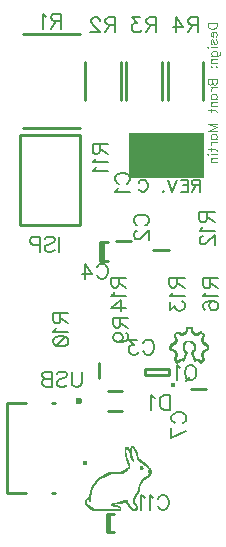
<source format=gbo>
G04 DipTrace Beta 2.3.5.2*
%INIoDriverRevC.gbo*%
%MOIN*%
%ADD10C,0.0098*%
%ADD12C,0.003*%
%ADD13C,0.0061*%
%ADD18C,0.0157*%
%ADD24C,0.0236*%
%ADD29C,0.0154*%
%ADD93C,0.0077*%
%ADD94C,0.0046*%
%FSLAX44Y44*%
G04*
G70*
G90*
G75*
G01*
%LNBotSilk*%
%LPD*%
X7310Y13903D2*
D10*
X7821D1*
X8559Y13591D2*
X9071D1*
X6764Y9847D2*
Y9336D1*
X6874Y13878D2*
Y13249D1*
X6800Y13878D2*
Y13249D1*
Y13878D2*
X7035D1*
X6800Y13249D2*
X7035D1*
X10321Y8979D2*
X9809D1*
X7096Y4817D2*
Y4188D1*
X7021Y4817D2*
Y4188D1*
Y4817D2*
X7257D1*
X7021Y4188D2*
X7257D1*
X7061Y8230D2*
X7533D1*
X7061Y8900D2*
X7533D1*
D24*
X6096Y8565D3*
X4128Y17440D2*
D10*
X6128D1*
Y14440D1*
X4128D1*
Y17440D1*
D29*
X9209Y9097D3*
X9078Y9441D2*
D10*
X8291D1*
Y9638D1*
X9078D1*
Y9441D1*
X4230Y17661D2*
X6120D1*
X4230Y20811D2*
X6120D1*
X7468Y18601D2*
Y19860D1*
X6287Y18601D2*
Y19860D1*
X8843Y18601D2*
Y19860D1*
X7662Y18601D2*
Y19860D1*
X10218Y18601D2*
Y19860D1*
X9037Y18601D2*
Y19860D1*
D18*
X6278Y6503D3*
X5282Y5518D2*
D10*
X5187D1*
X4329D2*
X3679D1*
Y8511D1*
X4329D1*
X5282D2*
X5187D1*
G36*
X7754Y17503D2*
X10254D1*
Y16003D1*
X7754D1*
Y17503D1*
G37*
X9656Y11034D2*
D12*
X9835D1*
X9651Y11004D2*
X9840D1*
X9644Y10974D2*
X9685D1*
X9807D2*
X9848D1*
X9634Y10944D2*
X9681D1*
X9810D2*
X9857D1*
X9357Y10914D2*
D3*
X9624D2*
X9673D1*
X9818D2*
X9867D1*
X10135D2*
D3*
X9327Y10884D2*
X9387D1*
X9596D2*
X9664D1*
X9827D2*
X9895D1*
X10067D2*
X10164D1*
X9298Y10854D2*
X9502D1*
X9527D2*
X9652D1*
X9838D2*
X9964D1*
X9974D2*
X10193D1*
X9273Y10824D2*
X9327D1*
X9387D2*
X9634D1*
X9853D2*
X10105D1*
X10164D2*
X10218D1*
X9253Y10794D2*
X9297D1*
X9416D2*
X9588D1*
X9887D2*
X10075D1*
X10194D2*
X10238D1*
X9247Y10765D2*
X9267D1*
X9446D2*
X9536D1*
X9925D2*
X10045D1*
X10224D2*
X10244D1*
X9253Y10735D2*
X9292D1*
X10199D2*
X10238D1*
X9263Y10705D2*
X9313D1*
X10178D2*
X10228D1*
X9275Y10675D2*
X9330D1*
X10161D2*
X10217D1*
X9285Y10645D2*
X9342D1*
X10149D2*
X10207D1*
X9290Y10615D2*
X9348D1*
X10143D2*
X10202D1*
X9290Y10585D2*
X9342D1*
X9656D2*
X9835D1*
X10149D2*
X10201D1*
X9272Y10555D2*
X9335D1*
X9617D2*
X9865D1*
X10157D2*
X10219D1*
X9227Y10525D2*
X9323D1*
X9587D2*
X9656D1*
X9798D2*
X9894D1*
X10168D2*
X10264D1*
X9176Y10495D2*
X9308D1*
X9565D2*
X9627D1*
X9842D2*
X9919D1*
X10184D2*
X10315D1*
X9129Y10465D2*
X9265D1*
X9551D2*
X9602D1*
X9873D2*
X9937D1*
X10226D2*
X10362D1*
X9104Y10435D2*
X9214D1*
X9543D2*
X9584D1*
X9896D2*
X9947D1*
X10277D2*
X10387D1*
X9095Y10406D2*
X9165D1*
X9539D2*
X9574D1*
X9910D2*
X9952D1*
X10327D2*
X10396D1*
X9091Y10376D2*
X9142D1*
X9537D2*
X9571D1*
X9920D2*
X9954D1*
X10349D2*
X10400D1*
X9091Y10346D2*
X9126D1*
X9537D2*
X9571D1*
X9917D2*
X9953D1*
X10365D2*
X10400D1*
X9097Y10316D2*
X9188D1*
X9538D2*
X9584D1*
X9909D2*
X9950D1*
X10303D2*
X10395D1*
X9130Y10286D2*
X9243D1*
X9542D2*
X9604D1*
X9887D2*
X9942D1*
X10249D2*
X10361D1*
X9176Y10256D2*
X9281D1*
X9555D2*
X9629D1*
X9863D2*
X9929D1*
X10210D2*
X10315D1*
X9222Y10226D2*
X9310D1*
X9574D2*
X9657D1*
X9841D2*
X9913D1*
X10182D2*
X10270D1*
X9255Y10196D2*
X9323D1*
X9599D2*
X9686D1*
X9824D2*
X9896D1*
X10168D2*
X10236D1*
X9280Y10166D2*
X9335D1*
X9626D2*
X9671D1*
X9826D2*
X9883D1*
X10156D2*
X10211D1*
X9288Y10136D2*
X9344D1*
X9611D2*
X9658D1*
X9833D2*
X9885D1*
X10147D2*
X10204D1*
X9290Y10106D2*
X9348D1*
X9598D2*
X9646D1*
X9845D2*
X9893D1*
X10143D2*
X10201D1*
X9279Y10076D2*
X9338D1*
X9585D2*
X9632D1*
X9859D2*
X9905D1*
X10153D2*
X10212D1*
X9265Y10046D2*
X9324D1*
X9569D2*
X9619D1*
X9872D2*
X9922D1*
X10167D2*
X10227D1*
X9252Y10017D2*
X9313D1*
X9547D2*
X9607D1*
X9884D2*
X9944D1*
X10178D2*
X10239D1*
X9245Y9987D2*
X9307D1*
X9500D2*
X9597D1*
X9894D2*
X9991D1*
X10184D2*
X10246D1*
X9243Y9957D2*
X9318D1*
X9440D2*
X9586D1*
X9905D2*
X10051D1*
X10173D2*
X10248D1*
X9256Y9927D2*
X9350D1*
X9371D2*
X9576D1*
X9916D2*
X10120D1*
X10141D2*
X10235D1*
X9275Y9897D2*
X9441D1*
X9536D2*
X9566D1*
X9925D2*
X9955D1*
X10050D2*
X10216D1*
X9300Y9867D2*
X9400D1*
X10091D2*
X10191D1*
X9327Y9837D2*
X9357D1*
X10135D2*
X10164D1*
X7825Y7071D2*
X7885D1*
X7616Y7041D2*
X7705D1*
X7810D2*
X7910D1*
X7615Y7012D2*
X7725D1*
X7797D2*
X7825D1*
X7880D2*
X7932D1*
X7611Y6982D2*
X7745D1*
X7782D2*
X7825D1*
X7902D2*
X7950D1*
X7605Y6952D2*
X7616D1*
X7701D2*
X7825D1*
X7920D2*
X7966D1*
X7601Y6922D2*
X7616D1*
X7722D2*
X7825D1*
X7936D2*
X7981D1*
X7603Y6892D2*
X7620D1*
X7740D2*
X7825D1*
X7951D2*
X7993D1*
X7608Y6862D2*
X7628D1*
X7757D2*
X7825D1*
X7963D2*
X8004D1*
X7612Y6832D2*
X7636D1*
X7771D2*
X7825D1*
X7974D2*
X8014D1*
X7615Y6802D2*
X7642D1*
X7782D2*
X7826D1*
X7984D2*
X8023D1*
X7620Y6772D2*
X7648D1*
X7789D2*
X7830D1*
X7994D2*
X8029D1*
X7628Y6742D2*
X7657D1*
X7794D2*
X7837D1*
X8001D2*
X8033D1*
X7635Y6712D2*
X7666D1*
X7799D2*
X7845D1*
X8007D2*
X8039D1*
X7642Y6682D2*
X7675D1*
X7808D2*
X7851D1*
X8016D2*
X8049D1*
X7648Y6652D2*
X7686D1*
X7821D2*
X7858D1*
X8026D2*
X8067D1*
X7657Y6623D2*
X7696D1*
X7839D2*
X7867D1*
X8037D2*
X8096D1*
X7665Y6593D2*
X7705D1*
X7861D2*
X7876D1*
X8053D2*
X8138D1*
X7672Y6563D2*
X7715D1*
X7885D2*
D3*
X8089D2*
X8184D1*
X7678Y6533D2*
X7726D1*
X8134D2*
X8228D1*
X7688Y6503D2*
X7735D1*
X8182D2*
X8268D1*
X7701Y6473D2*
X7745D1*
X8227D2*
X8305D1*
X7717Y6443D2*
X7753D1*
X8267D2*
X8340D1*
X7735Y6413D2*
X7757D1*
X8124D2*
X8184D1*
X8304D2*
X8371D1*
X7715Y6383D2*
X7750D1*
X8112D2*
X8197D1*
X8340D2*
X8397D1*
X7690Y6353D2*
X7738D1*
X8104D2*
X8204D1*
X8371D2*
X8421D1*
X7657Y6323D2*
X7721D1*
X8113D2*
X8196D1*
X8398D2*
X8441D1*
X7617Y6293D2*
X7698D1*
X8124D2*
X8184D1*
X8424D2*
X8458D1*
X7571Y6263D2*
X7667D1*
X8396D2*
X8470D1*
X7520Y6234D2*
X7626D1*
X8384D2*
X8477D1*
X7077Y6204D2*
X7578D1*
X8397D2*
X8480D1*
X7012Y6174D2*
X7526D1*
X8407D2*
X8479D1*
X6950Y6144D2*
X7077D1*
X8399D2*
X8465D1*
X6894Y6114D2*
X7017D1*
X8371D2*
X8444D1*
X6840Y6084D2*
X6958D1*
X8335D2*
X8415D1*
X6791Y6054D2*
X6899D1*
X8295D2*
X8380D1*
X6749Y6024D2*
X6844D1*
X8256D2*
X8342D1*
X6714Y5994D2*
X6796D1*
X8220D2*
X8304D1*
X6684Y5964D2*
X6756D1*
X8188D2*
X8264D1*
X6656Y5934D2*
X6721D1*
X8160D2*
X8226D1*
X6628Y5904D2*
X6690D1*
X8138D2*
X8194D1*
X6603Y5875D2*
X6660D1*
X8119D2*
X8170D1*
X6582Y5845D2*
X6634D1*
X8103D2*
X8150D1*
X6563Y5815D2*
X6612D1*
X8088D2*
X8133D1*
X6546Y5785D2*
X6593D1*
X8077D2*
X8118D1*
X6528Y5755D2*
X6577D1*
X8070D2*
X8107D1*
X6509Y5725D2*
X6561D1*
X8067D2*
X8100D1*
X6493Y5695D2*
X6545D1*
X8064D2*
X8097D1*
X6481Y5665D2*
X6527D1*
X8060D2*
X8094D1*
X6470Y5635D2*
X6509D1*
X8051D2*
X8090D1*
X6460Y5605D2*
X6495D1*
X8040D2*
X8081D1*
X6453Y5575D2*
X6486D1*
X8026D2*
X8070D1*
X6446Y5545D2*
X6481D1*
X8012D2*
X8056D1*
X6437Y5515D2*
X6475D1*
X7997D2*
X8042D1*
X6429Y5486D2*
X6467D1*
X7981D2*
X8027D1*
X6423Y5456D2*
X6459D1*
X7963D2*
X8011D1*
X6417Y5426D2*
X6454D1*
X7944D2*
X7993D1*
X6408Y5396D2*
X6451D1*
X7926D2*
X7974D1*
X6379Y5366D2*
X6450D1*
X7910D2*
X7956D1*
X6346Y5336D2*
X6449D1*
X7898D2*
X7940D1*
X6319Y5306D2*
X6449D1*
X7891D2*
X7928D1*
X6298Y5276D2*
X6325D1*
X6419D2*
X6449D1*
X7586D2*
X7675D1*
X7887D2*
X7921D1*
X6284Y5246D2*
X6318D1*
X6419D2*
X6449D1*
X7497D2*
X7681D1*
X7886D2*
X7919D1*
X6277Y5216D2*
X6314D1*
X7391D2*
X7577D1*
X7641D2*
X7693D1*
X7886D2*
X7920D1*
X6277Y5186D2*
X6316D1*
X7288D2*
X7485D1*
X7662D2*
X7709D1*
X7888D2*
X7933D1*
X6284Y5156D2*
X6332D1*
X7202D2*
X7353D1*
X7681D2*
X7725D1*
X7893D2*
X7953D1*
X6297Y5126D2*
X6357D1*
X7165D2*
X7197D1*
X7697D2*
X7742D1*
X7915D2*
X7977D1*
X6318Y5097D2*
X6392D1*
X7146D2*
X7314D1*
X7713D2*
X7760D1*
X7942D2*
X8000D1*
X6349Y5067D2*
X6435D1*
X7283D2*
X7405D1*
X7729D2*
X7783D1*
X7967D2*
X8016D1*
X6388Y5037D2*
X6486D1*
X7436D2*
X7442D1*
X7749D2*
X7816D1*
X7988D2*
X8027D1*
X6433Y5007D2*
X6541D1*
X7436D2*
X7454D1*
X7777D2*
X7855D1*
X8005D2*
X8024D1*
X6485Y4977D2*
X7447D1*
X7814D2*
X8002D1*
X6538Y4947D2*
X7436D1*
X7855D2*
X7975D1*
X9656Y11034D2*
X9651Y11004D1*
X9644Y10974D1*
X9634Y10944D1*
X9624Y10914D1*
X9596Y10884D1*
X9527Y10854D1*
X9446Y10824D1*
X9835Y11034D2*
X9840Y11004D1*
X9848Y10974D1*
X9857Y10944D1*
X9867Y10914D1*
X9895Y10884D1*
X9964Y10854D1*
X10045Y10824D1*
X9686Y11004D2*
X9685Y10974D1*
X9681Y10944D1*
X9673Y10914D1*
X9664Y10884D1*
X9652Y10854D1*
X9634Y10824D1*
X9588Y10794D1*
X9536Y10765D1*
X9805Y11004D2*
X9807Y10974D1*
X9810Y10944D1*
X9818Y10914D1*
X9827Y10884D1*
X9838Y10854D1*
X9853Y10824D1*
X9887Y10794D1*
X9925Y10765D1*
X9357Y10914D2*
X9327Y10884D1*
X9298Y10854D1*
X9273Y10824D1*
X9253Y10794D1*
X9247Y10765D1*
X9253Y10735D1*
X9263Y10705D1*
X9275Y10675D1*
X9285Y10645D1*
X9290Y10615D1*
Y10585D1*
X9272Y10555D1*
X9227Y10525D1*
X9176Y10495D1*
X9129Y10465D1*
X9104Y10435D1*
X9095Y10406D1*
X9091Y10376D1*
Y10346D1*
X9097Y10316D1*
X9130Y10286D1*
X9176Y10256D1*
X9222Y10226D1*
X9255Y10196D1*
X9280Y10166D1*
X9288Y10136D1*
X9290Y10106D1*
X9279Y10076D1*
X9265Y10046D1*
X9252Y10017D1*
X9245Y9987D1*
X9243Y9957D1*
X9256Y9927D1*
X9275Y9897D1*
X9300Y9867D1*
X9327Y9837D1*
X10135Y10914D2*
X10067Y10884D1*
X9974Y10854D1*
X9865Y10824D1*
X9387Y10884D2*
X9502Y10854D1*
X9626Y10824D1*
X10164Y10884D2*
X10193Y10854D1*
X10218Y10824D1*
X10238Y10794D1*
X10244Y10765D1*
X10238Y10735D1*
X10228Y10705D1*
X10217Y10675D1*
X10207Y10645D1*
X10202Y10615D1*
X10201Y10585D1*
X10219Y10555D1*
X10264Y10525D1*
X10315Y10495D1*
X10362Y10465D1*
X10387Y10435D1*
X10396Y10406D1*
X10400Y10376D1*
Y10346D1*
X10395Y10316D1*
X10361Y10286D1*
X10315Y10256D1*
X10270Y10226D1*
X10236Y10196D1*
X10211Y10166D1*
X10204Y10136D1*
X10201Y10106D1*
X10212Y10076D1*
X10227Y10046D1*
X10239Y10017D1*
X10246Y9987D1*
X10248Y9957D1*
X10235Y9927D1*
X10216Y9897D1*
X10191Y9867D1*
X10164Y9837D1*
X9357Y10854D2*
X9327Y10824D1*
X9297Y10794D1*
X9267Y10765D1*
X9292Y10735D1*
X9313Y10705D1*
X9330Y10675D1*
X9342Y10645D1*
X9348Y10615D1*
X9342Y10585D1*
X9335Y10555D1*
X9323Y10525D1*
X9308Y10495D1*
X9265Y10465D1*
X9214Y10435D1*
X9165Y10406D1*
X9142Y10376D1*
X9126Y10346D1*
X9188Y10316D1*
X9243Y10286D1*
X9281Y10256D1*
X9310Y10226D1*
X9323Y10196D1*
X9335Y10166D1*
X9344Y10136D1*
X9348Y10106D1*
X9338Y10076D1*
X9324Y10046D1*
X9313Y10017D1*
X9307Y9987D1*
X9318Y9957D1*
X9350Y9927D1*
X9387Y9897D1*
X9357Y10854D2*
X9387Y10824D1*
X9416Y10794D1*
X9446Y10765D1*
X10135Y10854D2*
X10105Y10824D1*
X10075Y10794D1*
X10045Y10765D1*
X10135Y10854D2*
X10164Y10824D1*
X10194Y10794D1*
X10224Y10765D1*
X10199Y10735D1*
X10178Y10705D1*
X10161Y10675D1*
X10149Y10645D1*
X10143Y10615D1*
X10149Y10585D1*
X10157Y10555D1*
X10168Y10525D1*
X10184Y10495D1*
X10226Y10465D1*
X10277Y10435D1*
X10327Y10406D1*
X10349Y10376D1*
X10365Y10346D1*
X10303Y10316D1*
X10249Y10286D1*
X10210Y10256D1*
X10182Y10226D1*
X10168Y10196D1*
X10156Y10166D1*
X10147Y10136D1*
X10143Y10106D1*
X10153Y10076D1*
X10167Y10046D1*
X10178Y10017D1*
X10184Y9987D1*
X10173Y9957D1*
X10141Y9927D1*
X10105Y9897D1*
X9656Y10585D2*
X9617Y10555D1*
X9587Y10525D1*
X9565Y10495D1*
X9551Y10465D1*
X9543Y10435D1*
X9539Y10406D1*
X9537Y10376D1*
Y10346D1*
X9538Y10316D1*
X9542Y10286D1*
X9555Y10256D1*
X9574Y10226D1*
X9599Y10196D1*
X9626Y10166D1*
X9611Y10136D1*
X9598Y10106D1*
X9585Y10076D1*
X9569Y10046D1*
X9547Y10017D1*
X9500Y9987D1*
X9440Y9957D1*
X9371Y9927D1*
X9297Y9897D1*
X9835Y10585D2*
X9865Y10555D1*
X9894Y10525D1*
X9919Y10495D1*
X9937Y10465D1*
X9947Y10435D1*
X9952Y10406D1*
X9954Y10376D1*
X9953Y10346D1*
X9950Y10316D1*
X9942Y10286D1*
X9929Y10256D1*
X9913Y10226D1*
X9896Y10196D1*
X9883Y10166D1*
X9885Y10136D1*
X9893Y10106D1*
X9905Y10076D1*
X9922Y10046D1*
X9944Y10017D1*
X9991Y9987D1*
X10051Y9957D1*
X10120Y9927D1*
X10194Y9897D1*
X9686Y10555D2*
X9656Y10525D1*
X9627Y10495D1*
X9602Y10465D1*
X9584Y10435D1*
X9574Y10406D1*
X9571Y10376D1*
Y10346D1*
X9584Y10316D1*
X9604Y10286D1*
X9629Y10256D1*
X9657Y10226D1*
X9686Y10196D1*
X9671Y10166D1*
X9658Y10136D1*
X9646Y10106D1*
X9632Y10076D1*
X9619Y10046D1*
X9607Y10017D1*
X9597Y9987D1*
X9586Y9957D1*
X9576Y9927D1*
X9566Y9897D1*
X9746Y10555D2*
X9798Y10525D1*
X9842Y10495D1*
X9873Y10465D1*
X9896Y10435D1*
X9910Y10406D1*
X9920Y10376D1*
X9917Y10346D1*
X9909Y10316D1*
X9887Y10286D1*
X9863Y10256D1*
X9841Y10226D1*
X9824Y10196D1*
X9826Y10166D1*
X9833Y10136D1*
X9845Y10106D1*
X9859Y10076D1*
X9872Y10046D1*
X9884Y10017D1*
X9894Y9987D1*
X9905Y9957D1*
X9916Y9927D1*
X9925Y9897D1*
X9476Y9927D2*
X9441Y9897D1*
X9400Y9867D1*
X9357Y9837D1*
X9506Y9927D2*
X9536Y9897D1*
X9985Y9927D2*
X9955Y9897D1*
X10015Y9927D2*
X10050Y9897D1*
X10091Y9867D1*
X10135Y9837D1*
X7825Y7071D2*
X7810Y7041D1*
X7797Y7012D1*
X7782Y6982D1*
X7765Y6952D1*
X7885Y7071D2*
X7910Y7041D1*
X7932Y7012D1*
X7950Y6982D1*
X7966Y6952D1*
X7981Y6922D1*
X7993Y6892D1*
X8004Y6862D1*
X8014Y6832D1*
X8023Y6802D1*
X8029Y6772D1*
X8033Y6742D1*
X8039Y6712D1*
X8049Y6682D1*
X8067Y6652D1*
X8096Y6623D1*
X8138Y6593D1*
X8184Y6563D1*
X8228Y6533D1*
X8268Y6503D1*
X8305Y6473D1*
X8340Y6443D1*
X8371Y6413D1*
X8397Y6383D1*
X8421Y6353D1*
X8441Y6323D1*
X8458Y6293D1*
X8470Y6263D1*
X8477Y6234D1*
X8480Y6204D1*
X8479Y6174D1*
X8465Y6144D1*
X8444Y6114D1*
X8415Y6084D1*
X8380Y6054D1*
X8342Y6024D1*
X8304Y5994D1*
X8264Y5964D1*
X8226Y5934D1*
X8194Y5904D1*
X8170Y5875D1*
X8150Y5845D1*
X8133Y5815D1*
X8118Y5785D1*
X8107Y5755D1*
X8100Y5725D1*
X8097Y5695D1*
X8094Y5665D1*
X8090Y5635D1*
X8081Y5605D1*
X8070Y5575D1*
X8056Y5545D1*
X8042Y5515D1*
X8027Y5486D1*
X8011Y5456D1*
X7993Y5426D1*
X7974Y5396D1*
X7956Y5366D1*
X7940Y5336D1*
X7928Y5306D1*
X7921Y5276D1*
X7919Y5246D1*
X7920Y5216D1*
X7933Y5186D1*
X7953Y5156D1*
X7977Y5126D1*
X8000Y5097D1*
X8016Y5067D1*
X8027Y5037D1*
X8024Y5007D1*
X8002Y4977D1*
X7975Y4947D1*
X7616Y7041D2*
X7615Y7012D1*
X7611Y6982D1*
X7605Y6952D1*
X7601Y6922D1*
X7603Y6892D1*
X7608Y6862D1*
X7612Y6832D1*
X7615Y6802D1*
X7620Y6772D1*
X7628Y6742D1*
X7635Y6712D1*
X7642Y6682D1*
X7648Y6652D1*
X7657Y6623D1*
X7665Y6593D1*
X7672Y6563D1*
X7678Y6533D1*
X7688Y6503D1*
X7701Y6473D1*
X7717Y6443D1*
X7735Y6413D1*
X7715Y6383D1*
X7690Y6353D1*
X7657Y6323D1*
X7617Y6293D1*
X7571Y6263D1*
X7520Y6234D1*
X7466Y6204D1*
X7705Y7041D2*
X7725Y7012D1*
X7745Y6982D1*
X7765Y6952D1*
X7825Y7041D2*
Y7012D1*
Y6982D1*
Y6952D1*
Y6922D1*
Y6892D1*
Y6862D1*
Y6832D1*
X7826Y6802D1*
X7830Y6772D1*
X7837Y6742D1*
X7845Y6712D1*
X7851Y6682D1*
X7858Y6652D1*
X7867Y6623D1*
X7876Y6593D1*
X7885Y6563D1*
X7855Y7041D2*
X7880Y7012D1*
X7902Y6982D1*
X7920Y6952D1*
X7936Y6922D1*
X7951Y6892D1*
X7963Y6862D1*
X7974Y6832D1*
X7984Y6802D1*
X7994Y6772D1*
X8001Y6742D1*
X8007Y6712D1*
X8016Y6682D1*
X8026Y6652D1*
X8037Y6623D1*
X8053Y6593D1*
X8089Y6563D1*
X8134Y6533D1*
X8182Y6503D1*
X8227Y6473D1*
X8267Y6443D1*
X8304Y6413D1*
X8340Y6383D1*
X8371Y6353D1*
X8398Y6323D1*
X8424Y6293D1*
X8396Y6263D1*
X8384Y6234D1*
X8397Y6204D1*
X8407Y6174D1*
X8399Y6144D1*
X8371Y6114D1*
X8335Y6084D1*
X8295Y6054D1*
X8256Y6024D1*
X8220Y5994D1*
X8188Y5964D1*
X8160Y5934D1*
X8138Y5904D1*
X8119Y5875D1*
X8103Y5845D1*
X8088Y5815D1*
X8077Y5785D1*
X8070Y5755D1*
X8067Y5725D1*
X8064Y5695D1*
X8060Y5665D1*
X8051Y5635D1*
X8040Y5605D1*
X8026Y5575D1*
X8012Y5545D1*
X7997Y5515D1*
X7981Y5486D1*
X7963Y5456D1*
X7944Y5426D1*
X7926Y5396D1*
X7910Y5366D1*
X7898Y5336D1*
X7891Y5306D1*
X7887Y5276D1*
X7886Y5246D1*
Y5216D1*
X7888Y5186D1*
X7893Y5156D1*
X7915Y5126D1*
X7942Y5097D1*
X7967Y5067D1*
X7988Y5037D1*
X8005Y5007D1*
X7885Y4977D1*
X7675Y6982D2*
X7701Y6952D1*
X7722Y6922D1*
X7740Y6892D1*
X7757Y6862D1*
X7771Y6832D1*
X7782Y6802D1*
X7789Y6772D1*
X7794Y6742D1*
X7799Y6712D1*
X7808Y6682D1*
X7821Y6652D1*
X7839Y6623D1*
X7861Y6593D1*
X7885Y6563D1*
X7616Y6922D2*
X7620Y6892D1*
X7628Y6862D1*
X7636Y6832D1*
X7642Y6802D1*
X7648Y6772D1*
X7657Y6742D1*
X7666Y6712D1*
X7675Y6682D1*
X7686Y6652D1*
X7696Y6623D1*
X7705Y6593D1*
X7715Y6563D1*
X7726Y6533D1*
X7735Y6503D1*
X7745Y6473D1*
X7753Y6443D1*
X7757Y6413D1*
X7750Y6383D1*
X7738Y6353D1*
X7721Y6323D1*
X7698Y6293D1*
X7667Y6263D1*
X7626Y6234D1*
X7578Y6204D1*
X7526Y6174D1*
X8124Y6413D2*
X8112Y6383D1*
X8104Y6353D1*
X8113Y6323D1*
X8124Y6293D1*
X8184Y6413D2*
X8197Y6383D1*
X8204Y6353D1*
X8196Y6323D1*
X8184Y6293D1*
X7077Y6204D2*
X7012Y6174D1*
X6950Y6144D1*
X6894Y6114D1*
X6840Y6084D1*
X6791Y6054D1*
X6749Y6024D1*
X6714Y5994D1*
X6684Y5964D1*
X6656Y5934D1*
X6628Y5904D1*
X6603Y5875D1*
X6582Y5845D1*
X6563Y5815D1*
X6546Y5785D1*
X6528Y5755D1*
X6509Y5725D1*
X6493Y5695D1*
X6481Y5665D1*
X6470Y5635D1*
X6460Y5605D1*
X6453Y5575D1*
X6446Y5545D1*
X6437Y5515D1*
X6429Y5486D1*
X6423Y5456D1*
X6417Y5426D1*
X6408Y5396D1*
X6379Y5366D1*
X6346Y5336D1*
X6319Y5306D1*
X6298Y5276D1*
X6284Y5246D1*
X6277Y5216D1*
Y5186D1*
X6284Y5156D1*
X6297Y5126D1*
X6318Y5097D1*
X6349Y5067D1*
X6388Y5037D1*
X6433Y5007D1*
X6485Y4977D1*
X6538Y4947D1*
X7137Y6174D2*
X7077Y6144D1*
X7017Y6114D1*
X6958Y6084D1*
X6899Y6054D1*
X6844Y6024D1*
X6796Y5994D1*
X6756Y5964D1*
X6721Y5934D1*
X6690Y5904D1*
X6660Y5875D1*
X6634Y5845D1*
X6612Y5815D1*
X6593Y5785D1*
X6577Y5755D1*
X6561Y5725D1*
X6545Y5695D1*
X6527Y5665D1*
X6509Y5635D1*
X6495Y5605D1*
X6486Y5575D1*
X6481Y5545D1*
X6475Y5515D1*
X6467Y5486D1*
X6459Y5456D1*
X6454Y5426D1*
X6451Y5396D1*
X6450Y5366D1*
X6449Y5336D1*
Y5306D1*
Y5276D1*
Y5246D1*
X6329Y5306D2*
X6325Y5276D1*
X6318Y5246D1*
X6314Y5216D1*
X6316Y5186D1*
X6332Y5156D1*
X6357Y5126D1*
X6392Y5097D1*
X6435Y5067D1*
X6486Y5037D1*
X6541Y5007D1*
X6598Y4977D1*
X6419Y5306D2*
Y5276D1*
Y5246D1*
X7586Y5276D2*
X7497Y5246D1*
X7391Y5216D1*
X7288Y5186D1*
X7202Y5156D1*
X7165Y5126D1*
X7146Y5097D1*
X7283Y5067D1*
X7436Y5037D1*
Y5007D1*
Y4977D1*
X7675Y5276D2*
X7681Y5246D1*
X7693Y5216D1*
X7709Y5186D1*
X7725Y5156D1*
X7742Y5126D1*
X7760Y5097D1*
X7783Y5067D1*
X7816Y5037D1*
X7855Y5007D1*
X7646Y5246D2*
X7577Y5216D1*
X7485Y5186D1*
X7353Y5156D1*
X7197Y5126D1*
X7314Y5097D1*
X7405Y5067D1*
X7442Y5037D1*
X7454Y5007D1*
X7447Y4977D1*
X7436Y4947D1*
X7616Y5246D2*
X7641Y5216D1*
X7662Y5186D1*
X7681Y5156D1*
X7697Y5126D1*
X7713Y5097D1*
X7729Y5067D1*
X7749Y5037D1*
X7777Y5007D1*
X7814Y4977D1*
X7855Y4947D1*
X7407Y15819D2*
D93*
X7360Y15843D1*
X7311Y15891D1*
X7288Y15939D1*
Y16034D1*
X7311Y16082D1*
X7360Y16130D1*
X7407Y16154D1*
X7479Y16178D1*
X7599D1*
X7670Y16154D1*
X7718Y16130D1*
X7766Y16082D1*
X7790Y16034D1*
Y15939D1*
X7766Y15891D1*
X7718Y15843D1*
X7670Y15819D1*
X7384Y15665D2*
X7360Y15617D1*
X7288Y15545D1*
X7790D1*
X8032Y14428D2*
X7985Y14451D1*
X7936Y14500D1*
X7913Y14547D1*
Y14643D1*
X7936Y14691D1*
X7985Y14738D1*
X8032Y14763D1*
X8104Y14786D1*
X8224D1*
X8295Y14763D1*
X8343Y14738D1*
X8391Y14691D1*
X8415Y14643D1*
Y14547D1*
X8391Y14500D1*
X8343Y14451D1*
X8295Y14428D1*
X8033Y14249D2*
X8009D1*
X7961Y14225D1*
X7937Y14201D1*
X7913Y14153D1*
Y14058D1*
X7937Y14010D1*
X7961Y13986D1*
X8009Y13962D1*
X8056D1*
X8104Y13986D1*
X8176Y14034D1*
X8415Y14273D1*
Y13938D1*
X8225Y10499D2*
X8249Y10547D1*
X8297Y10595D1*
X8345Y10619D1*
X8440D1*
X8488Y10595D1*
X8536Y10547D1*
X8560Y10499D1*
X8584Y10428D1*
Y10308D1*
X8560Y10236D1*
X8536Y10188D1*
X8488Y10141D1*
X8440Y10116D1*
X8345D1*
X8297Y10141D1*
X8249Y10188D1*
X8225Y10236D1*
X8023Y10618D2*
X7760D1*
X7903Y10427D1*
X7832D1*
X7784Y10403D1*
X7760Y10380D1*
X7736Y10308D1*
Y10260D1*
X7760Y10188D1*
X7808Y10140D1*
X7880Y10116D1*
X7952D1*
X8023Y10140D1*
X8047Y10165D1*
X8071Y10212D1*
X6682Y13031D2*
X6706Y13079D1*
X6754Y13127D1*
X6802Y13150D1*
X6897D1*
X6945Y13127D1*
X6993Y13079D1*
X7017Y13031D1*
X7041Y12959D1*
Y12839D1*
X7017Y12768D1*
X6993Y12720D1*
X6945Y12672D1*
X6897Y12648D1*
X6802D1*
X6754Y12672D1*
X6706Y12720D1*
X6682Y12768D1*
X6288Y12648D2*
Y13150D1*
X6528Y12815D1*
X6169D1*
X9282Y7835D2*
X9235Y7859D1*
X9186Y7907D1*
X9163Y7955D1*
Y8050D1*
X9186Y8098D1*
X9235Y8146D1*
X9282Y8170D1*
X9354Y8194D1*
X9474D1*
X9545Y8170D1*
X9593Y8146D1*
X9641Y8098D1*
X9665Y8050D1*
Y7955D1*
X9641Y7907D1*
X9593Y7859D1*
X9545Y7835D1*
X9665Y7585D2*
X9163Y7346D1*
Y7681D1*
X8715Y5318D2*
X8739Y5366D1*
X8787Y5414D1*
X8834Y5438D1*
X8930D1*
X8978Y5414D1*
X9025Y5366D1*
X9050Y5318D1*
X9073Y5246D1*
Y5126D1*
X9050Y5055D1*
X9025Y5007D1*
X8978Y4960D1*
X8930Y4935D1*
X8834D1*
X8787Y4960D1*
X8739Y5007D1*
X8715Y5055D1*
X8560Y5341D2*
X8512Y5366D1*
X8440Y5437D1*
Y4935D1*
X8286Y5341D2*
X8238Y5366D1*
X8166Y5437D1*
Y4935D1*
X9102Y8777D2*
Y8274D1*
X8935D1*
X8863Y8299D1*
X8815Y8346D1*
X8791Y8394D1*
X8767Y8466D1*
Y8585D1*
X8791Y8657D1*
X8815Y8705D1*
X8863Y8753D1*
X8935Y8777D1*
X9102D1*
X8613Y8681D2*
X8565Y8705D1*
X8493Y8776D1*
Y8274D1*
X5429Y14047D2*
Y13545D1*
X4940Y13976D2*
X4988Y14024D1*
X5060Y14047D1*
X5155D1*
X5227Y14024D1*
X5275Y13976D1*
Y13928D1*
X5251Y13880D1*
X5227Y13856D1*
X5179Y13832D1*
X5036Y13784D1*
X4988Y13761D1*
X4964Y13736D1*
X4940Y13689D1*
Y13617D1*
X4988Y13569D1*
X5060Y13545D1*
X5155D1*
X5227Y13569D1*
X5275Y13617D1*
X4786Y13784D2*
X4570D1*
X4499Y13808D1*
X4475Y13832D1*
X4451Y13880D1*
Y13952D1*
X4475Y13999D1*
X4499Y14024D1*
X4570Y14047D1*
X4786D1*
Y13545D1*
X9851Y9772D2*
X9898Y9748D1*
X9946Y9700D1*
X9970Y9652D1*
X9995Y9580D1*
Y9461D1*
X9970Y9389D1*
X9946Y9342D1*
X9898Y9294D1*
X9851Y9270D1*
X9755D1*
X9707Y9294D1*
X9660Y9342D1*
X9636Y9389D1*
X9612Y9461D1*
Y9580D1*
X9636Y9652D1*
X9660Y9700D1*
X9707Y9748D1*
X9755Y9772D1*
X9851D1*
X9779Y9365D2*
X9636Y9222D1*
X9457Y9675D2*
X9409Y9700D1*
X9337Y9771D1*
Y9269D1*
X5480Y21241D2*
X5265D1*
X5193Y21265D1*
X5168Y21289D1*
X5145Y21337D1*
Y21385D1*
X5168Y21432D1*
X5193Y21457D1*
X5265Y21480D1*
X5480D1*
Y20978D1*
X5312Y21241D2*
X5145Y20978D1*
X4990Y21384D2*
X4942Y21409D1*
X4870Y21480D1*
Y20978D1*
X7290Y21118D2*
X7075D1*
X7003Y21142D1*
X6978Y21166D1*
X6955Y21213D1*
Y21261D1*
X6978Y21309D1*
X7003Y21333D1*
X7075Y21357D1*
X7290D1*
Y20855D1*
X7122Y21118D2*
X6955Y20855D1*
X6776Y21237D2*
Y21261D1*
X6752Y21309D1*
X6728Y21333D1*
X6680Y21356D1*
X6585D1*
X6537Y21333D1*
X6513Y21309D1*
X6489Y21261D1*
Y21213D1*
X6513Y21165D1*
X6561Y21094D1*
X6800Y20855D1*
X6465D1*
X8665Y21118D2*
X8450D1*
X8378Y21142D1*
X8353Y21166D1*
X8330Y21213D1*
Y21261D1*
X8353Y21309D1*
X8378Y21333D1*
X8450Y21357D1*
X8665D1*
Y20855D1*
X8497Y21118D2*
X8330Y20855D1*
X8127Y21356D2*
X7865D1*
X8008Y21165D1*
X7936D1*
X7888Y21141D1*
X7865Y21118D1*
X7840Y21046D1*
Y20998D1*
X7865Y20926D1*
X7912Y20878D1*
X7984Y20855D1*
X8056D1*
X8127Y20878D1*
X8151Y20903D1*
X8175Y20950D1*
X10052Y21118D2*
X9837D1*
X9765Y21142D1*
X9740Y21166D1*
X9717Y21213D1*
Y21261D1*
X9740Y21309D1*
X9765Y21333D1*
X9837Y21357D1*
X10052D1*
Y20855D1*
X9884Y21118D2*
X9717Y20855D1*
X9323D2*
Y21356D1*
X9562Y21022D1*
X9203D1*
X7464Y11341D2*
Y11126D1*
X7440Y11055D1*
X7416Y11030D1*
X7369Y11006D1*
X7321D1*
X7273Y11030D1*
X7249Y11055D1*
X7225Y11126D1*
Y11341D1*
X7728D1*
X7464Y11174D2*
X7728Y11006D1*
X7393Y10541D2*
X7464Y10565D1*
X7513Y10613D1*
X7536Y10685D1*
Y10708D1*
X7513Y10780D1*
X7464Y10828D1*
X7393Y10852D1*
X7369D1*
X7297Y10828D1*
X7249Y10780D1*
X7226Y10708D1*
Y10685D1*
X7249Y10613D1*
X7297Y10565D1*
X7393Y10541D1*
X7513D1*
X7632Y10565D1*
X7704Y10613D1*
X7728Y10685D1*
Y10732D1*
X7704Y10804D1*
X7656Y10828D1*
X5464Y11490D2*
Y11275D1*
X5440Y11204D1*
X5416Y11179D1*
X5369Y11156D1*
X5321D1*
X5273Y11179D1*
X5249Y11204D1*
X5225Y11275D1*
Y11490D1*
X5728D1*
X5464Y11323D2*
X5728Y11156D1*
X5321Y11001D2*
X5297Y10953D1*
X5226Y10881D1*
X5728D1*
X5226Y10583D2*
X5249Y10655D1*
X5321Y10703D1*
X5441Y10727D1*
X5513D1*
X5632Y10703D1*
X5704Y10655D1*
X5728Y10583D1*
Y10536D1*
X5704Y10464D1*
X5632Y10416D1*
X5513Y10392D1*
X5441D1*
X5321Y10416D1*
X5249Y10464D1*
X5226Y10536D1*
Y10583D1*
X5321Y10416D2*
X5632Y10703D1*
X6777Y17132D2*
Y16917D1*
X6753Y16845D1*
X6729Y16821D1*
X6681Y16797D1*
X6633D1*
X6586Y16821D1*
X6561Y16845D1*
X6538Y16917D1*
Y17132D1*
X7040D1*
X6777Y16965D2*
X7040Y16797D1*
X6634Y16643D2*
X6610Y16595D1*
X6538Y16523D1*
X7040D1*
X6634Y16368D2*
X6610Y16320D1*
X6538Y16248D1*
X7040D1*
X10340Y14864D2*
Y14649D1*
X10315Y14577D1*
X10292Y14553D1*
X10244Y14529D1*
X10196D1*
X10148Y14553D1*
X10124Y14577D1*
X10100Y14649D1*
Y14864D1*
X10603D1*
X10340Y14696D2*
X10603Y14529D1*
X10196Y14374D2*
X10172Y14326D1*
X10101Y14254D1*
X10603D1*
X10220Y14076D2*
X10196D1*
X10148Y14052D1*
X10125Y14028D1*
X10101Y13980D1*
Y13885D1*
X10125Y13837D1*
X10148Y13813D1*
X10196Y13789D1*
X10244D1*
X10292Y13813D1*
X10363Y13861D1*
X10603Y14100D1*
Y13765D1*
X9340Y12675D2*
Y12460D1*
X9315Y12388D1*
X9292Y12363D1*
X9244Y12340D1*
X9196D1*
X9148Y12363D1*
X9124Y12388D1*
X9100Y12460D1*
Y12675D1*
X9603D1*
X9340Y12507D2*
X9603Y12340D1*
X9197Y12185D2*
X9172Y12137D1*
X9101Y12065D1*
X9603D1*
X9101Y11863D2*
Y11600D1*
X9292Y11744D1*
Y11672D1*
X9316Y11624D1*
X9340Y11600D1*
X9412Y11576D1*
X9459D1*
X9531Y11600D1*
X9579Y11648D1*
X9603Y11720D1*
Y11792D1*
X9579Y11863D1*
X9555Y11887D1*
X9507Y11911D1*
X7402Y12687D2*
Y12472D1*
X7378Y12400D1*
X7354Y12375D1*
X7306Y12352D1*
X7258D1*
X7211Y12375D1*
X7187Y12400D1*
X7163Y12472D1*
Y12687D1*
X7665D1*
X7402Y12519D2*
X7665Y12352D1*
X7259Y12197D2*
X7235Y12149D1*
X7163Y12077D1*
X7665D1*
Y11684D2*
X7163D1*
X7498Y11923D1*
Y11564D1*
X10465Y12665D2*
Y12450D1*
X10441Y12378D1*
X10417Y12353D1*
X10369Y12330D1*
X10321D1*
X10274Y12353D1*
X10249Y12378D1*
X10226Y12450D1*
Y12665D1*
X10728D1*
X10465Y12497D2*
X10728Y12330D1*
X10322Y12175D2*
X10297Y12127D1*
X10226Y12055D1*
X10728D1*
X10297Y11614D2*
X10250Y11638D1*
X10226Y11710D1*
Y11757D1*
X10250Y11829D1*
X10322Y11877D1*
X10441Y11901D1*
X10561D1*
X10656Y11877D1*
X10704Y11829D1*
X10728Y11757D1*
Y11733D1*
X10704Y11662D1*
X10656Y11614D1*
X10584Y11590D1*
X10561D1*
X10489Y11614D1*
X10441Y11662D1*
X10417Y11733D1*
Y11757D1*
X10441Y11829D1*
X10489Y11877D1*
X10561Y11901D1*
X6175Y9551D2*
Y9192D1*
X6151Y9120D1*
X6103Y9073D1*
X6031Y9048D1*
X5983D1*
X5912Y9073D1*
X5864Y9120D1*
X5840Y9192D1*
Y9551D1*
X5350Y9479D2*
X5398Y9527D1*
X5470Y9551D1*
X5565D1*
X5637Y9527D1*
X5685Y9479D1*
Y9431D1*
X5661Y9383D1*
X5637Y9360D1*
X5590Y9336D1*
X5446Y9288D1*
X5398Y9264D1*
X5374Y9240D1*
X5350Y9192D1*
Y9120D1*
X5398Y9073D1*
X5470Y9048D1*
X5565D1*
X5637Y9073D1*
X5685Y9120D1*
X5196Y9551D2*
Y9048D1*
X4981D1*
X4909Y9073D1*
X4885Y9097D1*
X4861Y9144D1*
Y9216D1*
X4885Y9264D1*
X4909Y9288D1*
X4981Y9312D1*
X4909Y9336D1*
X4885Y9360D1*
X4861Y9407D1*
Y9455D1*
X4885Y9503D1*
X4909Y9527D1*
X4981Y9551D1*
X5196D1*
Y9312D2*
X4981D1*
X10111Y15755D2*
D13*
X9939D1*
X9881Y15774D1*
X9862Y15793D1*
X9843Y15831D1*
Y15869D1*
X9862Y15908D1*
X9881Y15927D1*
X9939Y15946D1*
X10111D1*
Y15544D1*
X9977Y15755D2*
X9843Y15544D1*
X9471Y15946D2*
X9719D1*
Y15544D1*
X9471D1*
X9719Y15755D2*
X9566D1*
X9347Y15946D2*
X9194Y15544D1*
X9041Y15946D1*
X8899Y15583D2*
X8918Y15563D1*
X8899Y15544D1*
X8879Y15563D1*
X8899Y15583D1*
X8080Y15850D2*
X8099Y15889D1*
X8137Y15927D1*
X8175Y15946D1*
X8252D1*
X8290Y15927D1*
X8328Y15889D1*
X8348Y15850D1*
X8367Y15793D1*
Y15697D1*
X8348Y15640D1*
X8328Y15602D1*
X8290Y15564D1*
X8252Y15544D1*
X8175D1*
X8137Y15564D1*
X8099Y15602D1*
X8080Y15640D1*
X10377Y21179D2*
D94*
X10679D1*
Y21079D1*
X10664Y21035D1*
X10636Y21007D1*
X10607Y20992D1*
X10564Y20978D1*
X10492D1*
X10449Y20992D1*
X10420Y21007D1*
X10392Y21035D1*
X10377Y21079D1*
Y21179D1*
X10564Y20885D2*
Y20713D1*
X10535D1*
X10506Y20728D1*
X10492Y20742D1*
X10478Y20771D1*
Y20814D1*
X10492Y20842D1*
X10521Y20871D1*
X10564Y20885D1*
X10593D1*
X10636Y20871D1*
X10664Y20842D1*
X10679Y20814D1*
Y20771D1*
X10664Y20742D1*
X10636Y20713D1*
X10521Y20463D2*
X10492Y20477D1*
X10478Y20520D1*
Y20563D1*
X10492Y20606D1*
X10521Y20621D1*
X10549Y20606D1*
X10564Y20578D1*
X10578Y20506D1*
X10593Y20477D1*
X10621Y20463D1*
X10636D1*
X10664Y20477D1*
X10679Y20520D1*
Y20563D1*
X10664Y20606D1*
X10636Y20621D1*
X10377Y20370D2*
X10392Y20356D1*
X10377Y20341D1*
X10363Y20356D1*
X10377Y20370D1*
X10478Y20356D2*
X10679D1*
X10492Y20077D2*
X10722D1*
X10765Y20091D1*
X10779Y20105D1*
X10793Y20134D1*
Y20177D1*
X10779Y20206D1*
X10535Y20077D2*
X10507Y20105D1*
X10492Y20134D1*
Y20177D1*
X10507Y20206D1*
X10535Y20234D1*
X10578Y20249D1*
X10607D1*
X10650Y20234D1*
X10679Y20206D1*
X10693Y20177D1*
Y20134D1*
X10679Y20105D1*
X10650Y20077D1*
X10478Y19984D2*
X10679D1*
X10535D2*
X10492Y19941D1*
X10478Y19912D1*
Y19869D1*
X10492Y19840D1*
X10535Y19826D1*
X10679D1*
X10478Y19719D2*
X10492Y19734D1*
X10507Y19719D1*
X10492Y19705D1*
X10478Y19719D1*
X10650D2*
X10664Y19734D1*
X10679Y19719D1*
X10664Y19705D1*
X10650Y19719D1*
X10377Y19320D2*
X10679D1*
Y19191D1*
X10664Y19148D1*
X10650Y19134D1*
X10621Y19119D1*
X10578D1*
X10549Y19134D1*
X10535Y19148D1*
X10521Y19191D1*
X10506Y19148D1*
X10492Y19134D1*
X10464Y19119D1*
X10435D1*
X10406Y19134D1*
X10392Y19148D1*
X10377Y19191D1*
Y19320D1*
X10521D2*
Y19191D1*
X10478Y19027D2*
X10679D1*
X10564D2*
X10521Y19012D1*
X10492Y18984D1*
X10478Y18955D1*
Y18912D1*
Y18647D2*
X10679D1*
X10521D2*
X10492Y18676D1*
X10478Y18704D1*
Y18747D1*
X10492Y18776D1*
X10521Y18805D1*
X10564Y18819D1*
X10593D1*
X10636Y18805D1*
X10664Y18776D1*
X10679Y18747D1*
Y18704D1*
X10664Y18676D1*
X10636Y18647D1*
X10478Y18554D2*
X10679D1*
X10535D2*
X10492Y18511D1*
X10478Y18482D1*
Y18440D1*
X10492Y18411D1*
X10535Y18397D1*
X10679D1*
X10377Y18261D2*
X10621D1*
X10664Y18247D1*
X10679Y18218D1*
Y18189D1*
X10478Y18304D2*
Y18203D1*
X10679Y17575D2*
X10377D1*
X10679Y17690D1*
X10377Y17805D1*
X10679D1*
X10478Y17311D2*
X10679D1*
X10521D2*
X10492Y17339D1*
X10478Y17368D1*
Y17411D1*
X10492Y17440D1*
X10521Y17468D1*
X10564Y17483D1*
X10593D1*
X10636Y17468D1*
X10664Y17440D1*
X10679Y17411D1*
Y17368D1*
X10664Y17339D1*
X10636Y17311D1*
X10478Y17218D2*
X10679D1*
X10564D2*
X10521Y17203D1*
X10492Y17175D1*
X10478Y17146D1*
Y17103D1*
X10377Y16967D2*
X10621D1*
X10664Y16953D1*
X10679Y16924D1*
Y16896D1*
X10478Y17010D2*
Y16910D1*
X10377Y16803D2*
X10392Y16789D1*
X10377Y16774D1*
X10363Y16789D1*
X10377Y16803D1*
X10478Y16789D2*
X10679D1*
X10478Y16681D2*
X10679D1*
X10535D2*
X10492Y16638D1*
X10478Y16610D1*
Y16567D1*
X10492Y16538D1*
X10535Y16524D1*
X10679D1*
M02*

</source>
